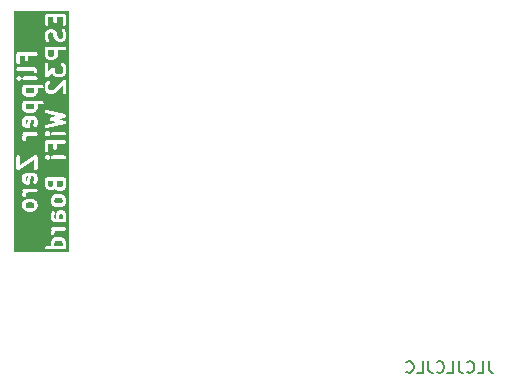
<source format=gbr>
%TF.GenerationSoftware,KiCad,Pcbnew,7.0.7*%
%TF.CreationDate,2024-01-15T23:48:36+01:00*%
%TF.ProjectId,FlipperZeroESP32,466c6970-7065-4725-9a65-726f45535033,rev?*%
%TF.SameCoordinates,Original*%
%TF.FileFunction,Legend,Bot*%
%TF.FilePolarity,Positive*%
%FSLAX46Y46*%
G04 Gerber Fmt 4.6, Leading zero omitted, Abs format (unit mm)*
G04 Created by KiCad (PCBNEW 7.0.7) date 2024-01-15 23:48:36*
%MOMM*%
%LPD*%
G01*
G04 APERTURE LIST*
%ADD10C,0.150000*%
%ADD11C,0.300000*%
G04 APERTURE END LIST*
D10*
X144833333Y-142454819D02*
X144833333Y-143169104D01*
X144833333Y-143169104D02*
X144880952Y-143311961D01*
X144880952Y-143311961D02*
X144976190Y-143407200D01*
X144976190Y-143407200D02*
X145119047Y-143454819D01*
X145119047Y-143454819D02*
X145214285Y-143454819D01*
X143880952Y-143454819D02*
X144357142Y-143454819D01*
X144357142Y-143454819D02*
X144357142Y-142454819D01*
X142976190Y-143359580D02*
X143023809Y-143407200D01*
X143023809Y-143407200D02*
X143166666Y-143454819D01*
X143166666Y-143454819D02*
X143261904Y-143454819D01*
X143261904Y-143454819D02*
X143404761Y-143407200D01*
X143404761Y-143407200D02*
X143499999Y-143311961D01*
X143499999Y-143311961D02*
X143547618Y-143216723D01*
X143547618Y-143216723D02*
X143595237Y-143026247D01*
X143595237Y-143026247D02*
X143595237Y-142883390D01*
X143595237Y-142883390D02*
X143547618Y-142692914D01*
X143547618Y-142692914D02*
X143499999Y-142597676D01*
X143499999Y-142597676D02*
X143404761Y-142502438D01*
X143404761Y-142502438D02*
X143261904Y-142454819D01*
X143261904Y-142454819D02*
X143166666Y-142454819D01*
X143166666Y-142454819D02*
X143023809Y-142502438D01*
X143023809Y-142502438D02*
X142976190Y-142550057D01*
X142261904Y-142454819D02*
X142261904Y-143169104D01*
X142261904Y-143169104D02*
X142309523Y-143311961D01*
X142309523Y-143311961D02*
X142404761Y-143407200D01*
X142404761Y-143407200D02*
X142547618Y-143454819D01*
X142547618Y-143454819D02*
X142642856Y-143454819D01*
X141309523Y-143454819D02*
X141785713Y-143454819D01*
X141785713Y-143454819D02*
X141785713Y-142454819D01*
X140404761Y-143359580D02*
X140452380Y-143407200D01*
X140452380Y-143407200D02*
X140595237Y-143454819D01*
X140595237Y-143454819D02*
X140690475Y-143454819D01*
X140690475Y-143454819D02*
X140833332Y-143407200D01*
X140833332Y-143407200D02*
X140928570Y-143311961D01*
X140928570Y-143311961D02*
X140976189Y-143216723D01*
X140976189Y-143216723D02*
X141023808Y-143026247D01*
X141023808Y-143026247D02*
X141023808Y-142883390D01*
X141023808Y-142883390D02*
X140976189Y-142692914D01*
X140976189Y-142692914D02*
X140928570Y-142597676D01*
X140928570Y-142597676D02*
X140833332Y-142502438D01*
X140833332Y-142502438D02*
X140690475Y-142454819D01*
X140690475Y-142454819D02*
X140595237Y-142454819D01*
X140595237Y-142454819D02*
X140452380Y-142502438D01*
X140452380Y-142502438D02*
X140404761Y-142550057D01*
X139690475Y-142454819D02*
X139690475Y-143169104D01*
X139690475Y-143169104D02*
X139738094Y-143311961D01*
X139738094Y-143311961D02*
X139833332Y-143407200D01*
X139833332Y-143407200D02*
X139976189Y-143454819D01*
X139976189Y-143454819D02*
X140071427Y-143454819D01*
X138738094Y-143454819D02*
X139214284Y-143454819D01*
X139214284Y-143454819D02*
X139214284Y-142454819D01*
X137833332Y-143359580D02*
X137880951Y-143407200D01*
X137880951Y-143407200D02*
X138023808Y-143454819D01*
X138023808Y-143454819D02*
X138119046Y-143454819D01*
X138119046Y-143454819D02*
X138261903Y-143407200D01*
X138261903Y-143407200D02*
X138357141Y-143311961D01*
X138357141Y-143311961D02*
X138404760Y-143216723D01*
X138404760Y-143216723D02*
X138452379Y-143026247D01*
X138452379Y-143026247D02*
X138452379Y-142883390D01*
X138452379Y-142883390D02*
X138404760Y-142692914D01*
X138404760Y-142692914D02*
X138357141Y-142597676D01*
X138357141Y-142597676D02*
X138261903Y-142502438D01*
X138261903Y-142502438D02*
X138119046Y-142454819D01*
X138119046Y-142454819D02*
X138023808Y-142454819D01*
X138023808Y-142454819D02*
X137880951Y-142502438D01*
X137880951Y-142502438D02*
X137833332Y-142550057D01*
D11*
G36*
X108654116Y-132301847D02*
G01*
X108691121Y-132338852D01*
X108735828Y-132428265D01*
X108735828Y-132643160D01*
X108721695Y-132671428D01*
X108049962Y-132671428D01*
X108035828Y-132643159D01*
X108035828Y-132428266D01*
X108080535Y-132338851D01*
X108117539Y-132301847D01*
X108206952Y-132257142D01*
X108564704Y-132257142D01*
X108654116Y-132301847D01*
G37*
G36*
X108702597Y-130004660D02*
G01*
X108735827Y-130071123D01*
X108735827Y-130357446D01*
X108721695Y-130385714D01*
X108464400Y-130385714D01*
X108464399Y-130071123D01*
X108497631Y-130004659D01*
X108564095Y-129971428D01*
X108636133Y-129971428D01*
X108702597Y-130004660D01*
G37*
G36*
X106239116Y-129051847D02*
G01*
X106276121Y-129088852D01*
X106320828Y-129178265D01*
X106320828Y-129321732D01*
X106276121Y-129411145D01*
X106239116Y-129448150D01*
X106149704Y-129492856D01*
X105791952Y-129492856D01*
X105702539Y-129448150D01*
X105665535Y-129411146D01*
X105620828Y-129321731D01*
X105620828Y-129178266D01*
X105665535Y-129088851D01*
X105702539Y-129051847D01*
X105791952Y-129007142D01*
X106149704Y-129007142D01*
X106239116Y-129051847D01*
G37*
G36*
X108654116Y-128658990D02*
G01*
X108691121Y-128695995D01*
X108735828Y-128785408D01*
X108735828Y-128928875D01*
X108691121Y-129018288D01*
X108654116Y-129055293D01*
X108564704Y-129099999D01*
X108206952Y-129099999D01*
X108117539Y-129055293D01*
X108080535Y-129018289D01*
X108035828Y-128928874D01*
X108035828Y-128785409D01*
X108080535Y-128695994D01*
X108117539Y-128658990D01*
X108206952Y-128614285D01*
X108564704Y-128614285D01*
X108654116Y-128658990D01*
G37*
G36*
X108735828Y-127571732D02*
G01*
X108691121Y-127661145D01*
X108654116Y-127698150D01*
X108564704Y-127742856D01*
X108421238Y-127742856D01*
X108331824Y-127698149D01*
X108302647Y-127668972D01*
X108250114Y-127511370D01*
X108250114Y-127185713D01*
X108735828Y-127185713D01*
X108735828Y-127571732D01*
G37*
G36*
X107950114Y-127500302D02*
G01*
X107905406Y-127589717D01*
X107868403Y-127626720D01*
X107778990Y-127671428D01*
X107706952Y-127671428D01*
X107617539Y-127626721D01*
X107580535Y-127589717D01*
X107535828Y-127500303D01*
X107535828Y-127185713D01*
X107950114Y-127185713D01*
X107950114Y-127500302D01*
G37*
G36*
X105706411Y-127200086D02*
G01*
X105654060Y-127173911D01*
X105620828Y-127107446D01*
X105620828Y-126892552D01*
X105654060Y-126826088D01*
X105720524Y-126792857D01*
X105787858Y-126792857D01*
X105706411Y-127200086D01*
G37*
G36*
X105706411Y-122414373D02*
G01*
X105654060Y-122388198D01*
X105620828Y-122321733D01*
X105620828Y-122106840D01*
X105654060Y-122040375D01*
X105720524Y-122007144D01*
X105787858Y-122007144D01*
X105706411Y-122414373D01*
G37*
G36*
X106320828Y-120749696D02*
G01*
X106320828Y-120964591D01*
X106276121Y-121054004D01*
X106239116Y-121091009D01*
X106149704Y-121135715D01*
X105791952Y-121135715D01*
X105702539Y-121091009D01*
X105665535Y-121054005D01*
X105620828Y-120964590D01*
X105620828Y-120749697D01*
X105634962Y-120721429D01*
X106306695Y-120721429D01*
X106320828Y-120749696D01*
G37*
G36*
X106320828Y-119392553D02*
G01*
X106320828Y-119607448D01*
X106276121Y-119696861D01*
X106239116Y-119733866D01*
X106149704Y-119778572D01*
X105791952Y-119778572D01*
X105702539Y-119733866D01*
X105665535Y-119696862D01*
X105620828Y-119607447D01*
X105620828Y-119392553D01*
X105634962Y-119364286D01*
X106306695Y-119364286D01*
X106320828Y-119392553D01*
G37*
G36*
X108021542Y-116500304D02*
G01*
X107976835Y-116589717D01*
X107939830Y-116626722D01*
X107850418Y-116671428D01*
X107706952Y-116671428D01*
X107617539Y-116626722D01*
X107580535Y-116589718D01*
X107535828Y-116500303D01*
X107535828Y-116114285D01*
X108021542Y-116114285D01*
X108021542Y-116500304D01*
G37*
G36*
X109250114Y-133185714D02*
G01*
X104606542Y-133185714D01*
X104606542Y-132821428D01*
X107235828Y-132821428D01*
X107255924Y-132896428D01*
X107310828Y-132951332D01*
X107385828Y-132971428D01*
X108885828Y-132971428D01*
X108960828Y-132951332D01*
X109015732Y-132896428D01*
X109035828Y-132821428D01*
X109017083Y-132751470D01*
X109019993Y-132745651D01*
X109026906Y-132711866D01*
X109035828Y-132678570D01*
X109035828Y-132392856D01*
X109026903Y-132359550D01*
X109019992Y-132325775D01*
X108948564Y-132182917D01*
X108932540Y-132164847D01*
X108920466Y-132143933D01*
X108849037Y-132072504D01*
X108828122Y-132060429D01*
X108810053Y-132044406D01*
X108667196Y-131972978D01*
X108633417Y-131966065D01*
X108600114Y-131957142D01*
X108171542Y-131957142D01*
X108138236Y-131966066D01*
X108104461Y-131972978D01*
X107961603Y-132044406D01*
X107943533Y-132060429D01*
X107922618Y-132072505D01*
X107851190Y-132143934D01*
X107839115Y-132164848D01*
X107823093Y-132182917D01*
X107751664Y-132325774D01*
X107744751Y-132359554D01*
X107735828Y-132392856D01*
X107735828Y-132671428D01*
X107385828Y-132671428D01*
X107310828Y-132691524D01*
X107255924Y-132746428D01*
X107235828Y-132821428D01*
X104606542Y-132821428D01*
X104606542Y-131678571D01*
X107735828Y-131678571D01*
X107755924Y-131753571D01*
X107810828Y-131808475D01*
X107885828Y-131828571D01*
X107960828Y-131808475D01*
X108015732Y-131753571D01*
X108035828Y-131678571D01*
X108035828Y-131571124D01*
X108080535Y-131481709D01*
X108117539Y-131444705D01*
X108206952Y-131399999D01*
X108885828Y-131399999D01*
X108960828Y-131379903D01*
X109015732Y-131324999D01*
X109035828Y-131249999D01*
X109015732Y-131174999D01*
X108960828Y-131120095D01*
X108885828Y-131099999D01*
X107885828Y-131099999D01*
X107810828Y-131120095D01*
X107755924Y-131174999D01*
X107735828Y-131249999D01*
X107755924Y-131324999D01*
X107800961Y-131370036D01*
X107751664Y-131468632D01*
X107744751Y-131502412D01*
X107735828Y-131535714D01*
X107735828Y-131678571D01*
X104606542Y-131678571D01*
X104606542Y-130321428D01*
X107735828Y-130321428D01*
X107744751Y-130354729D01*
X107751664Y-130388510D01*
X107823093Y-130531367D01*
X107829179Y-130538230D01*
X107832080Y-130546933D01*
X107854620Y-130566921D01*
X107874609Y-130589462D01*
X107883311Y-130592362D01*
X107890175Y-130598449D01*
X108033031Y-130669878D01*
X108066813Y-130676791D01*
X108100114Y-130685714D01*
X108885828Y-130685714D01*
X108960828Y-130665618D01*
X109015732Y-130610714D01*
X109035828Y-130535714D01*
X109017083Y-130465756D01*
X109019993Y-130459937D01*
X109026906Y-130426152D01*
X109035828Y-130392856D01*
X109035828Y-130035714D01*
X109026906Y-130002417D01*
X109019993Y-129968633D01*
X108948564Y-129825775D01*
X108942478Y-129818912D01*
X108939577Y-129810207D01*
X108917032Y-129790215D01*
X108897049Y-129767680D01*
X108888346Y-129764779D01*
X108881482Y-129758692D01*
X108738623Y-129687264D01*
X108704847Y-129680352D01*
X108671542Y-129671428D01*
X108528685Y-129671428D01*
X108495379Y-129680352D01*
X108461604Y-129687264D01*
X108318746Y-129758692D01*
X108311883Y-129764777D01*
X108303179Y-129767679D01*
X108283191Y-129790219D01*
X108260651Y-129810207D01*
X108257749Y-129818911D01*
X108251664Y-129825774D01*
X108180236Y-129968633D01*
X108173324Y-130002408D01*
X108164400Y-130035714D01*
X108164400Y-130357446D01*
X108150266Y-130385714D01*
X108135524Y-130385714D01*
X108069060Y-130352482D01*
X108035828Y-130286017D01*
X108035828Y-130071123D01*
X108091421Y-129959938D01*
X108106988Y-129883869D01*
X108082434Y-129810207D01*
X108024339Y-129758692D01*
X107948270Y-129743125D01*
X107874608Y-129767679D01*
X107823093Y-129825774D01*
X107751664Y-129968632D01*
X107744751Y-130002412D01*
X107735828Y-130035714D01*
X107735828Y-130321428D01*
X104606542Y-130321428D01*
X104606542Y-129357142D01*
X105320828Y-129357142D01*
X105329751Y-129390443D01*
X105336664Y-129424224D01*
X105408093Y-129567081D01*
X105424115Y-129585149D01*
X105436190Y-129606064D01*
X105507618Y-129677493D01*
X105528533Y-129689568D01*
X105546603Y-129705592D01*
X105689461Y-129777020D01*
X105723236Y-129783931D01*
X105756542Y-129792856D01*
X106185114Y-129792856D01*
X106218417Y-129783932D01*
X106252196Y-129777020D01*
X106395053Y-129705592D01*
X106413122Y-129689568D01*
X106434037Y-129677494D01*
X106505466Y-129606065D01*
X106517540Y-129585150D01*
X106533564Y-129567081D01*
X106604992Y-129424223D01*
X106611903Y-129390447D01*
X106620828Y-129357142D01*
X106620828Y-129142856D01*
X106611903Y-129109550D01*
X106604992Y-129075775D01*
X106549248Y-128964285D01*
X107735828Y-128964285D01*
X107744751Y-128997586D01*
X107751664Y-129031367D01*
X107823093Y-129174224D01*
X107839115Y-129192292D01*
X107851190Y-129213207D01*
X107922618Y-129284636D01*
X107943533Y-129296711D01*
X107961603Y-129312735D01*
X108104461Y-129384163D01*
X108138236Y-129391074D01*
X108171542Y-129399999D01*
X108600114Y-129399999D01*
X108633417Y-129391075D01*
X108667196Y-129384163D01*
X108810053Y-129312735D01*
X108828122Y-129296711D01*
X108849037Y-129284637D01*
X108920466Y-129213208D01*
X108932540Y-129192293D01*
X108948564Y-129174224D01*
X109019992Y-129031366D01*
X109026903Y-128997590D01*
X109035828Y-128964285D01*
X109035828Y-128749999D01*
X109026903Y-128716693D01*
X109019992Y-128682918D01*
X108948564Y-128540060D01*
X108932540Y-128521990D01*
X108920466Y-128501076D01*
X108849037Y-128429647D01*
X108828122Y-128417572D01*
X108810053Y-128401549D01*
X108667196Y-128330121D01*
X108633417Y-128323208D01*
X108600114Y-128314285D01*
X108171542Y-128314285D01*
X108138236Y-128323209D01*
X108104461Y-128330121D01*
X107961603Y-128401549D01*
X107943533Y-128417572D01*
X107922618Y-128429648D01*
X107851190Y-128501077D01*
X107839115Y-128521991D01*
X107823093Y-128540060D01*
X107751664Y-128682917D01*
X107744751Y-128716697D01*
X107735828Y-128749999D01*
X107735828Y-128964285D01*
X106549248Y-128964285D01*
X106533564Y-128932917D01*
X106517540Y-128914847D01*
X106505466Y-128893933D01*
X106434037Y-128822504D01*
X106413122Y-128810429D01*
X106395053Y-128794406D01*
X106252196Y-128722978D01*
X106218417Y-128716065D01*
X106185114Y-128707142D01*
X105756542Y-128707142D01*
X105723236Y-128716066D01*
X105689461Y-128722978D01*
X105546603Y-128794406D01*
X105528533Y-128810429D01*
X105507618Y-128822505D01*
X105436190Y-128893934D01*
X105424115Y-128914848D01*
X105408093Y-128932917D01*
X105336664Y-129075774D01*
X105329751Y-129109554D01*
X105320828Y-129142856D01*
X105320828Y-129357142D01*
X104606542Y-129357142D01*
X104606542Y-128428571D01*
X105320828Y-128428571D01*
X105340924Y-128503571D01*
X105395828Y-128558475D01*
X105470828Y-128578571D01*
X105545828Y-128558475D01*
X105600732Y-128503571D01*
X105620828Y-128428571D01*
X105620828Y-128321124D01*
X105665535Y-128231709D01*
X105702539Y-128194705D01*
X105791952Y-128149999D01*
X106470828Y-128149999D01*
X106545828Y-128129903D01*
X106600732Y-128074999D01*
X106620828Y-127999999D01*
X106600732Y-127924999D01*
X106545828Y-127870095D01*
X106470828Y-127849999D01*
X105470828Y-127849999D01*
X105395828Y-127870095D01*
X105340924Y-127924999D01*
X105320828Y-127999999D01*
X105340924Y-128074999D01*
X105385961Y-128120036D01*
X105336664Y-128218632D01*
X105329751Y-128252412D01*
X105320828Y-128285714D01*
X105320828Y-128428571D01*
X104606542Y-128428571D01*
X104606542Y-127535713D01*
X107235828Y-127535713D01*
X107244751Y-127569014D01*
X107251664Y-127602795D01*
X107323093Y-127745653D01*
X107339116Y-127763722D01*
X107351191Y-127784637D01*
X107422619Y-127856065D01*
X107443534Y-127868140D01*
X107461603Y-127884163D01*
X107604459Y-127955592D01*
X107638241Y-127962505D01*
X107671542Y-127971428D01*
X107814400Y-127971428D01*
X107847701Y-127962504D01*
X107881482Y-127955592D01*
X108024339Y-127884163D01*
X108042407Y-127868140D01*
X108063323Y-127856065D01*
X108064687Y-127854700D01*
X108065476Y-127856065D01*
X108136905Y-127927494D01*
X108157819Y-127939568D01*
X108175889Y-127955592D01*
X108318747Y-128027020D01*
X108352522Y-128033931D01*
X108385828Y-128042856D01*
X108600114Y-128042856D01*
X108633417Y-128033932D01*
X108667196Y-128027020D01*
X108810053Y-127955592D01*
X108828122Y-127939568D01*
X108849037Y-127927494D01*
X108920466Y-127856065D01*
X108932540Y-127835150D01*
X108948564Y-127817081D01*
X109019992Y-127674223D01*
X109026903Y-127640447D01*
X109035828Y-127607142D01*
X109035828Y-127035713D01*
X109015732Y-126960713D01*
X108960828Y-126905809D01*
X108885828Y-126885713D01*
X107385828Y-126885713D01*
X107310828Y-126905809D01*
X107255924Y-126960713D01*
X107235828Y-127035713D01*
X107235828Y-127535713D01*
X104606542Y-127535713D01*
X104606542Y-127142857D01*
X105320828Y-127142857D01*
X105329751Y-127176158D01*
X105336664Y-127209939D01*
X105408093Y-127352796D01*
X105414179Y-127359659D01*
X105417080Y-127368362D01*
X105439620Y-127388350D01*
X105459609Y-127410891D01*
X105468311Y-127413791D01*
X105475175Y-127419878D01*
X105618031Y-127491307D01*
X105651813Y-127498220D01*
X105685114Y-127507143D01*
X105827971Y-127507143D01*
X105851613Y-127500808D01*
X105876038Y-127499233D01*
X105888501Y-127490924D01*
X105902971Y-127487047D01*
X105920277Y-127469740D01*
X105940644Y-127456163D01*
X105947283Y-127442734D01*
X105957875Y-127432143D01*
X105964209Y-127408500D01*
X105975058Y-127386560D01*
X106093798Y-126792857D01*
X106221133Y-126792857D01*
X106287597Y-126826089D01*
X106320828Y-126892552D01*
X106320828Y-127107447D01*
X106265236Y-127218632D01*
X106249669Y-127294702D01*
X106274223Y-127368363D01*
X106332318Y-127419878D01*
X106408388Y-127435445D01*
X106482049Y-127410891D01*
X106533564Y-127352796D01*
X106604992Y-127209938D01*
X106611903Y-127176162D01*
X106620828Y-127142857D01*
X106620828Y-126857143D01*
X106611906Y-126823846D01*
X106604993Y-126790062D01*
X106533564Y-126647204D01*
X106527478Y-126640341D01*
X106524577Y-126631636D01*
X106502032Y-126611644D01*
X106482049Y-126589109D01*
X106473346Y-126586208D01*
X106466482Y-126580121D01*
X106323623Y-126508693D01*
X106289847Y-126501781D01*
X106256542Y-126492857D01*
X105685114Y-126492857D01*
X105651808Y-126501781D01*
X105618033Y-126508693D01*
X105475175Y-126580121D01*
X105468312Y-126586206D01*
X105459608Y-126589108D01*
X105439620Y-126611648D01*
X105417080Y-126631636D01*
X105414178Y-126640340D01*
X105408093Y-126647203D01*
X105336664Y-126790061D01*
X105329751Y-126823841D01*
X105320828Y-126857143D01*
X105320828Y-127142857D01*
X104606542Y-127142857D01*
X104606542Y-126142857D01*
X104820828Y-126142857D01*
X104822111Y-126147647D01*
X104821139Y-126152511D01*
X104832084Y-126184866D01*
X104840924Y-126217857D01*
X104844430Y-126221363D01*
X104846020Y-126226062D01*
X104871678Y-126248611D01*
X104895828Y-126272761D01*
X104900617Y-126274044D01*
X104904344Y-126277319D01*
X104937839Y-126284017D01*
X104970828Y-126292857D01*
X104975618Y-126291573D01*
X104980482Y-126292546D01*
X105012837Y-126281600D01*
X105045828Y-126272761D01*
X105049334Y-126269254D01*
X105054033Y-126267665D01*
X106320828Y-125423134D01*
X106320828Y-126142857D01*
X106340924Y-126217857D01*
X106395828Y-126272761D01*
X106470828Y-126292857D01*
X106545828Y-126272761D01*
X106600732Y-126217857D01*
X106620828Y-126142857D01*
X106620828Y-125178570D01*
X107235828Y-125178570D01*
X107240939Y-125197644D01*
X107240939Y-125217393D01*
X107250812Y-125234495D01*
X107255924Y-125253570D01*
X107269888Y-125267534D01*
X107279762Y-125284636D01*
X107351191Y-125356065D01*
X107351192Y-125356066D01*
X107379612Y-125372473D01*
X107418434Y-125394888D01*
X107418435Y-125394888D01*
X107496081Y-125394888D01*
X107563321Y-125356066D01*
X107563323Y-125356065D01*
X107563324Y-125356064D01*
X107634752Y-125284635D01*
X107644625Y-125267533D01*
X107658589Y-125253570D01*
X107663700Y-125234495D01*
X107673574Y-125217393D01*
X107673574Y-125197644D01*
X107678685Y-125178570D01*
X107735828Y-125178570D01*
X107755924Y-125253570D01*
X107810828Y-125308474D01*
X107885828Y-125328570D01*
X108885828Y-125328570D01*
X108960828Y-125308474D01*
X109015732Y-125253570D01*
X109035828Y-125178570D01*
X109015732Y-125103570D01*
X108960828Y-125048666D01*
X108885828Y-125028570D01*
X107885828Y-125028570D01*
X107810828Y-125048666D01*
X107755924Y-125103570D01*
X107735828Y-125178570D01*
X107678685Y-125178570D01*
X107673574Y-125159495D01*
X107673574Y-125139747D01*
X107673574Y-125139746D01*
X107663699Y-125122643D01*
X107658589Y-125103570D01*
X107644624Y-125089605D01*
X107634751Y-125072504D01*
X107563323Y-125001076D01*
X107534904Y-124984668D01*
X107496081Y-124962253D01*
X107496080Y-124962253D01*
X107418434Y-124962253D01*
X107379611Y-124984667D01*
X107351192Y-125001075D01*
X107279763Y-125072503D01*
X107279762Y-125072503D01*
X107279762Y-125072504D01*
X107269888Y-125089605D01*
X107255924Y-125103570D01*
X107250813Y-125122643D01*
X107240939Y-125139746D01*
X107240939Y-125139747D01*
X107240939Y-125159495D01*
X107235828Y-125178570D01*
X106620828Y-125178570D01*
X106620828Y-125142857D01*
X106619544Y-125138066D01*
X106620517Y-125133203D01*
X106609571Y-125100847D01*
X106600732Y-125067857D01*
X106597225Y-125064350D01*
X106595636Y-125059652D01*
X106569977Y-125037102D01*
X106545828Y-125012953D01*
X106541038Y-125011669D01*
X106537312Y-125008395D01*
X106503816Y-125001696D01*
X106470828Y-124992857D01*
X106466037Y-124994140D01*
X106461174Y-124993168D01*
X106428818Y-125004113D01*
X106395828Y-125012953D01*
X106392321Y-125016459D01*
X106387623Y-125018049D01*
X105120828Y-125862578D01*
X105120828Y-125142857D01*
X105100732Y-125067857D01*
X105045828Y-125012953D01*
X104970828Y-124992857D01*
X104895828Y-125012953D01*
X104840924Y-125067857D01*
X104820828Y-125142857D01*
X104820828Y-126142857D01*
X104606542Y-126142857D01*
X104606542Y-124607142D01*
X107235828Y-124607142D01*
X107255924Y-124682142D01*
X107310828Y-124737046D01*
X107385828Y-124757142D01*
X107460828Y-124737046D01*
X107515732Y-124682142D01*
X107535828Y-124607142D01*
X107535828Y-124042856D01*
X107950114Y-124042856D01*
X107950114Y-124392856D01*
X107970210Y-124467856D01*
X108025114Y-124522760D01*
X108100114Y-124542856D01*
X108175114Y-124522760D01*
X108230018Y-124467856D01*
X108250114Y-124392856D01*
X108250114Y-124042856D01*
X108885828Y-124042856D01*
X108960828Y-124022760D01*
X109015732Y-123967856D01*
X109035828Y-123892856D01*
X109015732Y-123817856D01*
X108960828Y-123762952D01*
X108885828Y-123742856D01*
X107385828Y-123742856D01*
X107310828Y-123762952D01*
X107255924Y-123817856D01*
X107235828Y-123892856D01*
X107235828Y-124607142D01*
X104606542Y-124607142D01*
X104606542Y-123642858D01*
X105320828Y-123642858D01*
X105340924Y-123717858D01*
X105395828Y-123772762D01*
X105470828Y-123792858D01*
X105545828Y-123772762D01*
X105600732Y-123717858D01*
X105620828Y-123642858D01*
X105620828Y-123535411D01*
X105665535Y-123445996D01*
X105702539Y-123408992D01*
X105791952Y-123364286D01*
X106470828Y-123364286D01*
X106545828Y-123344190D01*
X106600732Y-123289286D01*
X106620828Y-123214286D01*
X106611258Y-123178570D01*
X107235828Y-123178570D01*
X107240939Y-123197644D01*
X107240939Y-123217393D01*
X107250812Y-123234495D01*
X107255924Y-123253570D01*
X107269887Y-123267533D01*
X107273907Y-123274496D01*
X107279762Y-123284636D01*
X107351191Y-123356065D01*
X107351192Y-123356066D01*
X107365430Y-123364286D01*
X107418434Y-123394888D01*
X107418435Y-123394888D01*
X107496081Y-123394888D01*
X107563321Y-123356066D01*
X107563323Y-123356065D01*
X107563324Y-123356064D01*
X107634752Y-123284635D01*
X107644625Y-123267533D01*
X107658589Y-123253570D01*
X107663700Y-123234495D01*
X107673574Y-123217393D01*
X107673574Y-123197644D01*
X107678685Y-123178570D01*
X107735828Y-123178570D01*
X107755924Y-123253570D01*
X107810828Y-123308474D01*
X107885828Y-123328570D01*
X108885828Y-123328570D01*
X108960828Y-123308474D01*
X109015732Y-123253570D01*
X109035828Y-123178570D01*
X109015732Y-123103570D01*
X108960828Y-123048666D01*
X108885828Y-123028570D01*
X107885828Y-123028570D01*
X107810828Y-123048666D01*
X107755924Y-123103570D01*
X107735828Y-123178570D01*
X107678685Y-123178570D01*
X107673574Y-123159495D01*
X107673574Y-123139747D01*
X107673574Y-123139746D01*
X107663699Y-123122643D01*
X107658589Y-123103570D01*
X107644624Y-123089605D01*
X107639149Y-123080122D01*
X107634751Y-123072504D01*
X107563323Y-123001076D01*
X107534904Y-122984668D01*
X107496081Y-122962253D01*
X107496080Y-122962253D01*
X107418434Y-122962253D01*
X107379611Y-122984667D01*
X107351192Y-123001075D01*
X107279763Y-123072503D01*
X107279762Y-123072503D01*
X107279762Y-123072504D01*
X107275364Y-123080122D01*
X107269888Y-123089605D01*
X107255924Y-123103570D01*
X107250813Y-123122643D01*
X107240939Y-123139746D01*
X107240939Y-123139747D01*
X107240939Y-123159495D01*
X107235828Y-123178570D01*
X106611258Y-123178570D01*
X106600732Y-123139286D01*
X106545828Y-123084382D01*
X106470828Y-123064286D01*
X105470828Y-123064286D01*
X105395828Y-123084382D01*
X105340924Y-123139286D01*
X105320828Y-123214286D01*
X105340924Y-123289286D01*
X105385961Y-123334323D01*
X105336664Y-123432919D01*
X105329751Y-123466699D01*
X105320828Y-123500001D01*
X105320828Y-123642858D01*
X104606542Y-123642858D01*
X104606542Y-122357144D01*
X105320828Y-122357144D01*
X105329751Y-122390445D01*
X105336664Y-122424226D01*
X105408093Y-122567083D01*
X105414179Y-122573946D01*
X105417080Y-122582649D01*
X105439620Y-122602637D01*
X105459609Y-122625178D01*
X105468311Y-122628078D01*
X105475175Y-122634165D01*
X105618031Y-122705594D01*
X105651813Y-122712507D01*
X105685114Y-122721430D01*
X105827971Y-122721430D01*
X105851613Y-122715095D01*
X105876038Y-122713520D01*
X105888501Y-122705211D01*
X105902971Y-122701334D01*
X105920277Y-122684027D01*
X105940644Y-122670450D01*
X105947283Y-122657021D01*
X105957875Y-122646430D01*
X105964209Y-122622787D01*
X105975058Y-122600847D01*
X106093798Y-122007144D01*
X106221133Y-122007144D01*
X106287597Y-122040376D01*
X106320828Y-122106839D01*
X106320828Y-122321734D01*
X106265236Y-122432919D01*
X106249669Y-122508989D01*
X106274223Y-122582650D01*
X106332318Y-122634165D01*
X106408388Y-122649732D01*
X106431929Y-122641885D01*
X107239907Y-122641885D01*
X107276828Y-122710191D01*
X107342956Y-122750885D01*
X107420571Y-122753063D01*
X108920571Y-122395920D01*
X108922562Y-122394843D01*
X108924824Y-122394841D01*
X108956577Y-122376457D01*
X108988877Y-122358999D01*
X108990063Y-122357071D01*
X108992021Y-122355938D01*
X109010328Y-122324140D01*
X109029571Y-122292871D01*
X109029634Y-122290608D01*
X109030763Y-122288648D01*
X109030719Y-122251959D01*
X109031749Y-122215256D01*
X109030672Y-122213264D01*
X109030670Y-122211003D01*
X109012286Y-122179249D01*
X108994828Y-122146950D01*
X108992900Y-122145763D01*
X108991767Y-122143806D01*
X108959969Y-122125498D01*
X108928700Y-122106256D01*
X108926437Y-122106192D01*
X108924477Y-122105064D01*
X108396554Y-121964284D01*
X108924477Y-121823505D01*
X108926437Y-121822376D01*
X108928700Y-121822313D01*
X108959969Y-121803070D01*
X108991767Y-121784763D01*
X108992900Y-121782805D01*
X108994828Y-121781619D01*
X109012286Y-121749319D01*
X109030670Y-121717566D01*
X109030672Y-121715304D01*
X109031749Y-121713313D01*
X109030719Y-121676609D01*
X109030763Y-121639921D01*
X109029634Y-121637960D01*
X109029571Y-121635698D01*
X109010328Y-121604428D01*
X108992021Y-121572631D01*
X108990063Y-121571497D01*
X108988877Y-121569570D01*
X108956577Y-121552111D01*
X108924824Y-121533728D01*
X108922562Y-121533725D01*
X108920571Y-121532649D01*
X107420571Y-121175506D01*
X107342956Y-121177684D01*
X107276828Y-121218378D01*
X107239907Y-121286684D01*
X107242085Y-121364299D01*
X107282779Y-121430427D01*
X107351085Y-121467348D01*
X108272797Y-121686803D01*
X107775751Y-121819349D01*
X107775591Y-121819440D01*
X107775404Y-121819441D01*
X107741801Y-121838895D01*
X107708461Y-121858091D01*
X107708367Y-121858251D01*
X107708207Y-121858345D01*
X107688868Y-121891932D01*
X107669558Y-121925288D01*
X107669557Y-121925472D01*
X107669465Y-121925634D01*
X107669511Y-121964492D01*
X107669465Y-122002933D01*
X107669556Y-122003092D01*
X107669557Y-122003280D01*
X107689011Y-122036882D01*
X107708207Y-122070223D01*
X107708367Y-122070316D01*
X107708461Y-122070477D01*
X107742048Y-122089815D01*
X107775404Y-122109126D01*
X107775588Y-122109126D01*
X107775750Y-122109219D01*
X108272797Y-122241765D01*
X107351085Y-122461221D01*
X107282779Y-122498142D01*
X107242085Y-122564270D01*
X107239907Y-122641885D01*
X106431929Y-122641885D01*
X106482049Y-122625178D01*
X106533564Y-122567083D01*
X106604992Y-122424225D01*
X106611903Y-122390449D01*
X106620828Y-122357144D01*
X106620828Y-122071430D01*
X106611906Y-122038133D01*
X106604993Y-122004349D01*
X106533564Y-121861491D01*
X106527478Y-121854628D01*
X106524577Y-121845923D01*
X106502032Y-121825931D01*
X106482049Y-121803396D01*
X106473346Y-121800495D01*
X106466482Y-121794408D01*
X106323623Y-121722980D01*
X106289847Y-121716068D01*
X106256542Y-121707144D01*
X105685114Y-121707144D01*
X105651808Y-121716068D01*
X105618033Y-121722980D01*
X105475175Y-121794408D01*
X105468312Y-121800493D01*
X105459608Y-121803395D01*
X105439620Y-121825935D01*
X105417080Y-121845923D01*
X105414178Y-121854627D01*
X105408093Y-121861490D01*
X105336664Y-122004348D01*
X105329751Y-122038128D01*
X105320828Y-122071430D01*
X105320828Y-122357144D01*
X104606542Y-122357144D01*
X104606542Y-121000001D01*
X105320828Y-121000001D01*
X105329751Y-121033302D01*
X105336664Y-121067083D01*
X105408093Y-121209940D01*
X105424115Y-121228008D01*
X105436190Y-121248923D01*
X105507618Y-121320352D01*
X105528533Y-121332427D01*
X105546603Y-121348451D01*
X105689461Y-121419879D01*
X105723236Y-121426790D01*
X105756542Y-121435715D01*
X106185114Y-121435715D01*
X106218417Y-121426791D01*
X106252196Y-121419879D01*
X106395053Y-121348451D01*
X106413122Y-121332427D01*
X106434037Y-121320353D01*
X106505466Y-121248924D01*
X106517540Y-121228009D01*
X106533564Y-121209940D01*
X106604992Y-121067082D01*
X106611903Y-121033306D01*
X106620828Y-121000001D01*
X106620828Y-120721429D01*
X106970828Y-120721429D01*
X107045828Y-120701333D01*
X107100732Y-120646429D01*
X107120828Y-120571429D01*
X107100732Y-120496429D01*
X107045828Y-120441525D01*
X106970828Y-120421429D01*
X105470828Y-120421429D01*
X105395828Y-120441525D01*
X105340924Y-120496429D01*
X105320828Y-120571429D01*
X105339573Y-120641386D01*
X105336664Y-120647205D01*
X105329751Y-120680985D01*
X105320828Y-120714287D01*
X105320828Y-121000001D01*
X104606542Y-121000001D01*
X104606542Y-119642858D01*
X105320828Y-119642858D01*
X105329751Y-119676159D01*
X105336664Y-119709940D01*
X105408093Y-119852797D01*
X105424115Y-119870865D01*
X105436190Y-119891780D01*
X105507618Y-119963209D01*
X105528533Y-119975284D01*
X105546603Y-119991308D01*
X105689461Y-120062736D01*
X105723236Y-120069647D01*
X105756542Y-120078572D01*
X106185114Y-120078572D01*
X106218417Y-120069648D01*
X106252196Y-120062736D01*
X106395053Y-119991308D01*
X106413122Y-119975284D01*
X106434037Y-119963210D01*
X106505466Y-119891781D01*
X106517540Y-119870866D01*
X106533564Y-119852797D01*
X106604992Y-119709939D01*
X106611903Y-119676163D01*
X106620828Y-119642858D01*
X106620828Y-119392856D01*
X107235828Y-119392856D01*
X107244751Y-119426157D01*
X107251664Y-119459938D01*
X107323093Y-119602796D01*
X107339116Y-119620865D01*
X107351191Y-119641780D01*
X107422619Y-119713208D01*
X107443534Y-119725283D01*
X107461603Y-119741306D01*
X107604459Y-119812735D01*
X107638241Y-119819648D01*
X107671542Y-119828571D01*
X107814400Y-119828571D01*
X107837728Y-119822320D01*
X107861835Y-119820873D01*
X108076119Y-119749444D01*
X108104882Y-119730452D01*
X108134751Y-119713208D01*
X108735828Y-119112131D01*
X108735828Y-119678571D01*
X108755924Y-119753571D01*
X108810828Y-119808475D01*
X108885828Y-119828571D01*
X108960828Y-119808475D01*
X109015732Y-119753571D01*
X109035828Y-119678571D01*
X109035828Y-118749999D01*
X109030717Y-118730924D01*
X109030717Y-118711176D01*
X109020843Y-118694073D01*
X109015732Y-118674999D01*
X109001767Y-118661034D01*
X108991894Y-118643933D01*
X108974792Y-118634059D01*
X108960828Y-118620095D01*
X108941753Y-118614983D01*
X108924651Y-118605110D01*
X108904903Y-118605110D01*
X108885828Y-118599999D01*
X108866753Y-118605110D01*
X108847005Y-118605110D01*
X108829902Y-118614983D01*
X108810828Y-118620095D01*
X108796863Y-118634059D01*
X108779762Y-118643933D01*
X107947657Y-119476037D01*
X107790059Y-119528571D01*
X107706952Y-119528571D01*
X107617539Y-119483864D01*
X107580535Y-119446860D01*
X107535828Y-119357446D01*
X107535828Y-119071123D01*
X107580535Y-118981709D01*
X107634751Y-118927494D01*
X107673574Y-118860251D01*
X107673574Y-118782605D01*
X107634751Y-118715362D01*
X107567508Y-118676539D01*
X107489862Y-118676539D01*
X107422619Y-118715362D01*
X107351191Y-118786790D01*
X107339116Y-118807704D01*
X107323093Y-118825774D01*
X107251664Y-118968632D01*
X107244751Y-119002412D01*
X107235828Y-119035714D01*
X107235828Y-119392856D01*
X106620828Y-119392856D01*
X106620828Y-119364286D01*
X106970828Y-119364286D01*
X107045828Y-119344190D01*
X107100732Y-119289286D01*
X107120828Y-119214286D01*
X107100732Y-119139286D01*
X107045828Y-119084382D01*
X106970828Y-119064286D01*
X105470828Y-119064286D01*
X105395828Y-119084382D01*
X105340924Y-119139286D01*
X105320828Y-119214286D01*
X105339573Y-119284243D01*
X105336664Y-119290062D01*
X105329751Y-119323842D01*
X105320828Y-119357144D01*
X105320828Y-119642858D01*
X104606542Y-119642858D01*
X104606542Y-118500000D01*
X104820828Y-118500000D01*
X104825939Y-118519074D01*
X104825939Y-118538823D01*
X104835812Y-118555925D01*
X104840924Y-118575000D01*
X104854888Y-118588964D01*
X104864762Y-118606066D01*
X104936191Y-118677495D01*
X104936192Y-118677496D01*
X104964612Y-118693903D01*
X105003434Y-118716318D01*
X105003435Y-118716318D01*
X105081081Y-118716318D01*
X105148321Y-118677496D01*
X105148323Y-118677495D01*
X105148324Y-118677494D01*
X105219752Y-118606065D01*
X105229625Y-118588963D01*
X105243589Y-118575000D01*
X105248700Y-118555925D01*
X105258574Y-118538823D01*
X105258574Y-118519074D01*
X105263685Y-118500000D01*
X105320828Y-118500000D01*
X105340924Y-118575000D01*
X105395828Y-118629904D01*
X105470828Y-118650000D01*
X106470828Y-118650000D01*
X106545828Y-118629904D01*
X106600732Y-118575000D01*
X106620828Y-118500000D01*
X106600732Y-118425000D01*
X106545828Y-118370096D01*
X106470828Y-118350000D01*
X105470828Y-118350000D01*
X105395828Y-118370096D01*
X105340924Y-118425000D01*
X105320828Y-118500000D01*
X105263685Y-118500000D01*
X105258574Y-118480925D01*
X105258574Y-118461177D01*
X105258573Y-118461177D01*
X105258574Y-118461176D01*
X105248699Y-118444073D01*
X105243589Y-118425000D01*
X105229624Y-118411035D01*
X105221608Y-118397151D01*
X105219751Y-118393934D01*
X105148323Y-118322506D01*
X105119904Y-118306098D01*
X105081081Y-118283683D01*
X105081080Y-118283683D01*
X105003434Y-118283683D01*
X104964611Y-118306097D01*
X104936192Y-118322505D01*
X104864763Y-118393933D01*
X104864762Y-118393933D01*
X104864762Y-118393934D01*
X104862905Y-118397151D01*
X104854888Y-118411035D01*
X104840924Y-118425000D01*
X104835813Y-118444073D01*
X104825939Y-118461176D01*
X104825939Y-118461177D01*
X104825939Y-118480925D01*
X104820828Y-118500000D01*
X104606542Y-118500000D01*
X104606542Y-118250000D01*
X107235828Y-118250000D01*
X107239662Y-118264311D01*
X107238677Y-118279099D01*
X107249548Y-118301207D01*
X107255924Y-118325000D01*
X107266401Y-118335477D01*
X107272941Y-118348776D01*
X107293410Y-118362486D01*
X107310828Y-118379904D01*
X107325140Y-118383738D01*
X107337453Y-118391986D01*
X107362035Y-118393624D01*
X107385828Y-118400000D01*
X107400139Y-118396165D01*
X107414927Y-118397151D01*
X107437035Y-118386279D01*
X107460828Y-118379904D01*
X107471305Y-118369426D01*
X107484604Y-118362887D01*
X107835385Y-118055952D01*
X107894521Y-118174225D01*
X107910544Y-118192294D01*
X107922620Y-118213210D01*
X107994049Y-118284638D01*
X108014963Y-118296712D01*
X108033032Y-118312735D01*
X108175888Y-118384164D01*
X108209670Y-118391077D01*
X108242971Y-118400000D01*
X108600114Y-118400000D01*
X108633415Y-118391076D01*
X108667196Y-118384164D01*
X108810053Y-118312735D01*
X108828121Y-118296712D01*
X108849036Y-118284638D01*
X108920465Y-118213210D01*
X108932542Y-118192292D01*
X108948564Y-118174224D01*
X109019993Y-118031366D01*
X109026906Y-117997581D01*
X109035828Y-117964285D01*
X109035828Y-117535714D01*
X109026903Y-117502408D01*
X109019992Y-117468633D01*
X108948564Y-117325775D01*
X108932540Y-117307705D01*
X108920466Y-117286791D01*
X108849037Y-117215362D01*
X108781794Y-117176539D01*
X108704148Y-117176539D01*
X108636905Y-117215362D01*
X108598082Y-117282605D01*
X108598082Y-117360251D01*
X108636905Y-117427494D01*
X108691121Y-117481710D01*
X108735828Y-117571123D01*
X108735828Y-117928875D01*
X108691122Y-118018287D01*
X108654118Y-118055292D01*
X108564704Y-118100000D01*
X108278381Y-118100000D01*
X108188967Y-118055292D01*
X108151963Y-118018289D01*
X108107257Y-117928875D01*
X108107257Y-117750000D01*
X108103421Y-117735685D01*
X108104407Y-117720901D01*
X108093537Y-117698798D01*
X108087161Y-117675000D01*
X108076680Y-117664519D01*
X108070143Y-117651225D01*
X108049679Y-117637518D01*
X108032257Y-117620096D01*
X108017942Y-117616260D01*
X108005632Y-117608015D01*
X107981054Y-117606376D01*
X107957257Y-117600000D01*
X107942942Y-117603835D01*
X107928158Y-117602850D01*
X107906054Y-117613719D01*
X107882257Y-117620096D01*
X107871777Y-117630575D01*
X107858481Y-117637114D01*
X107535828Y-117919434D01*
X107535828Y-117321428D01*
X107515732Y-117246428D01*
X107460828Y-117191524D01*
X107385828Y-117171428D01*
X107310828Y-117191524D01*
X107255924Y-117246428D01*
X107235828Y-117321428D01*
X107235828Y-118250000D01*
X104606542Y-118250000D01*
X104606542Y-117714286D01*
X104820828Y-117714286D01*
X104840924Y-117789286D01*
X104895828Y-117844190D01*
X104970828Y-117864286D01*
X106221132Y-117864286D01*
X106287596Y-117897518D01*
X106336664Y-117995654D01*
X106388179Y-118053749D01*
X106461840Y-118078303D01*
X106537910Y-118062736D01*
X106596005Y-118011221D01*
X106620559Y-117937560D01*
X106604992Y-117861491D01*
X106533564Y-117718633D01*
X106527478Y-117711770D01*
X106524577Y-117703066D01*
X106502036Y-117683078D01*
X106482049Y-117660538D01*
X106473344Y-117657636D01*
X106466482Y-117651551D01*
X106323624Y-117580122D01*
X106289843Y-117573209D01*
X106256542Y-117564286D01*
X104970828Y-117564286D01*
X104895828Y-117584382D01*
X104840924Y-117639286D01*
X104820828Y-117714286D01*
X104606542Y-117714286D01*
X104606542Y-117142858D01*
X104820828Y-117142858D01*
X104840924Y-117217858D01*
X104895828Y-117272762D01*
X104970828Y-117292858D01*
X105045828Y-117272762D01*
X105100732Y-117217858D01*
X105120828Y-117142858D01*
X105120828Y-116578572D01*
X105535114Y-116578572D01*
X105535114Y-116928572D01*
X105555210Y-117003572D01*
X105610114Y-117058476D01*
X105685114Y-117078572D01*
X105760114Y-117058476D01*
X105815018Y-117003572D01*
X105835114Y-116928572D01*
X105835114Y-116578572D01*
X106470828Y-116578572D01*
X106545828Y-116558476D01*
X106568590Y-116535714D01*
X107235828Y-116535714D01*
X107244751Y-116569015D01*
X107251664Y-116602796D01*
X107323093Y-116745653D01*
X107339115Y-116763721D01*
X107351190Y-116784636D01*
X107422618Y-116856065D01*
X107443533Y-116868140D01*
X107461603Y-116884164D01*
X107604461Y-116955592D01*
X107638236Y-116962503D01*
X107671542Y-116971428D01*
X107885828Y-116971428D01*
X107919131Y-116962504D01*
X107952910Y-116955592D01*
X108095767Y-116884164D01*
X108113836Y-116868140D01*
X108134751Y-116856066D01*
X108206180Y-116784637D01*
X108218254Y-116763722D01*
X108234278Y-116745653D01*
X108305706Y-116602795D01*
X108312617Y-116569019D01*
X108321542Y-116535714D01*
X108321542Y-116114285D01*
X108885828Y-116114285D01*
X108960828Y-116094189D01*
X109015732Y-116039285D01*
X109035828Y-115964285D01*
X109015732Y-115889285D01*
X108960828Y-115834381D01*
X108885828Y-115814285D01*
X107385828Y-115814285D01*
X107310828Y-115834381D01*
X107255924Y-115889285D01*
X107235828Y-115964285D01*
X107235828Y-116535714D01*
X106568590Y-116535714D01*
X106600732Y-116503572D01*
X106620828Y-116428572D01*
X106600732Y-116353572D01*
X106545828Y-116298668D01*
X106470828Y-116278572D01*
X104970828Y-116278572D01*
X104895828Y-116298668D01*
X104840924Y-116353572D01*
X104820828Y-116428572D01*
X104820828Y-117142858D01*
X104606542Y-117142858D01*
X104606542Y-115107143D01*
X107235828Y-115107143D01*
X107242078Y-115130471D01*
X107243526Y-115154577D01*
X107314954Y-115368863D01*
X107357736Y-115433659D01*
X107427185Y-115468384D01*
X107504691Y-115463731D01*
X107569488Y-115420949D01*
X107604212Y-115351500D01*
X107599559Y-115273994D01*
X107535828Y-115082802D01*
X107535828Y-114785410D01*
X107580535Y-114695995D01*
X107617539Y-114658991D01*
X107706952Y-114614286D01*
X107778990Y-114614286D01*
X107868401Y-114658991D01*
X107905406Y-114695996D01*
X107958586Y-114802356D01*
X108026021Y-115072094D01*
X108034057Y-115086571D01*
X108037378Y-115102796D01*
X108108807Y-115245654D01*
X108124830Y-115263723D01*
X108136906Y-115284639D01*
X108208335Y-115356067D01*
X108229249Y-115368141D01*
X108247318Y-115384164D01*
X108390174Y-115455593D01*
X108423956Y-115462506D01*
X108457257Y-115471429D01*
X108600114Y-115471429D01*
X108633415Y-115462505D01*
X108667196Y-115455593D01*
X108810053Y-115384164D01*
X108828121Y-115368141D01*
X108849036Y-115356067D01*
X108920465Y-115284639D01*
X108932542Y-115263721D01*
X108948564Y-115245653D01*
X109019993Y-115102795D01*
X109026906Y-115069010D01*
X109035828Y-115035714D01*
X109035828Y-114678572D01*
X109029578Y-114655246D01*
X109028131Y-114631138D01*
X108956703Y-114416852D01*
X108913921Y-114352056D01*
X108844472Y-114317331D01*
X108766966Y-114321983D01*
X108702170Y-114364765D01*
X108667445Y-114434214D01*
X108672097Y-114511720D01*
X108735827Y-114702914D01*
X108735827Y-115000304D01*
X108691122Y-115089716D01*
X108654118Y-115126721D01*
X108564704Y-115171429D01*
X108492667Y-115171429D01*
X108403253Y-115126721D01*
X108366248Y-115089717D01*
X108313069Y-114983358D01*
X108245635Y-114713620D01*
X108237598Y-114699143D01*
X108234278Y-114682917D01*
X108162849Y-114540061D01*
X108146826Y-114521992D01*
X108134752Y-114501078D01*
X108063324Y-114429649D01*
X108042408Y-114417573D01*
X108024339Y-114401550D01*
X107881482Y-114330122D01*
X107847703Y-114323209D01*
X107814400Y-114314286D01*
X107671542Y-114314286D01*
X107638236Y-114323210D01*
X107604461Y-114330122D01*
X107461603Y-114401550D01*
X107443533Y-114417573D01*
X107422618Y-114429649D01*
X107351190Y-114501078D01*
X107339115Y-114521992D01*
X107323093Y-114540061D01*
X107251664Y-114682918D01*
X107244751Y-114716698D01*
X107235828Y-114750000D01*
X107235828Y-115107143D01*
X104606542Y-115107143D01*
X104606542Y-113892857D01*
X107235828Y-113892857D01*
X107255924Y-113967857D01*
X107310828Y-114022761D01*
X107385828Y-114042857D01*
X107460828Y-114022761D01*
X107515732Y-113967857D01*
X107535828Y-113892857D01*
X107535828Y-113328571D01*
X107950114Y-113328571D01*
X107950114Y-113678571D01*
X107970210Y-113753571D01*
X108025114Y-113808475D01*
X108100114Y-113828571D01*
X108175114Y-113808475D01*
X108230018Y-113753571D01*
X108250114Y-113678571D01*
X108250114Y-113328571D01*
X108735828Y-113328571D01*
X108735828Y-113892857D01*
X108755924Y-113967857D01*
X108810828Y-114022761D01*
X108885828Y-114042857D01*
X108960828Y-114022761D01*
X109015732Y-113967857D01*
X109035828Y-113892857D01*
X109035828Y-113178571D01*
X109015732Y-113103571D01*
X108960828Y-113048667D01*
X108885828Y-113028571D01*
X107385828Y-113028571D01*
X107310828Y-113048667D01*
X107255924Y-113103571D01*
X107235828Y-113178571D01*
X107235828Y-113892857D01*
X104606542Y-113892857D01*
X104606542Y-112814285D01*
X109250114Y-112814285D01*
X109250114Y-133185714D01*
G37*
M02*

</source>
